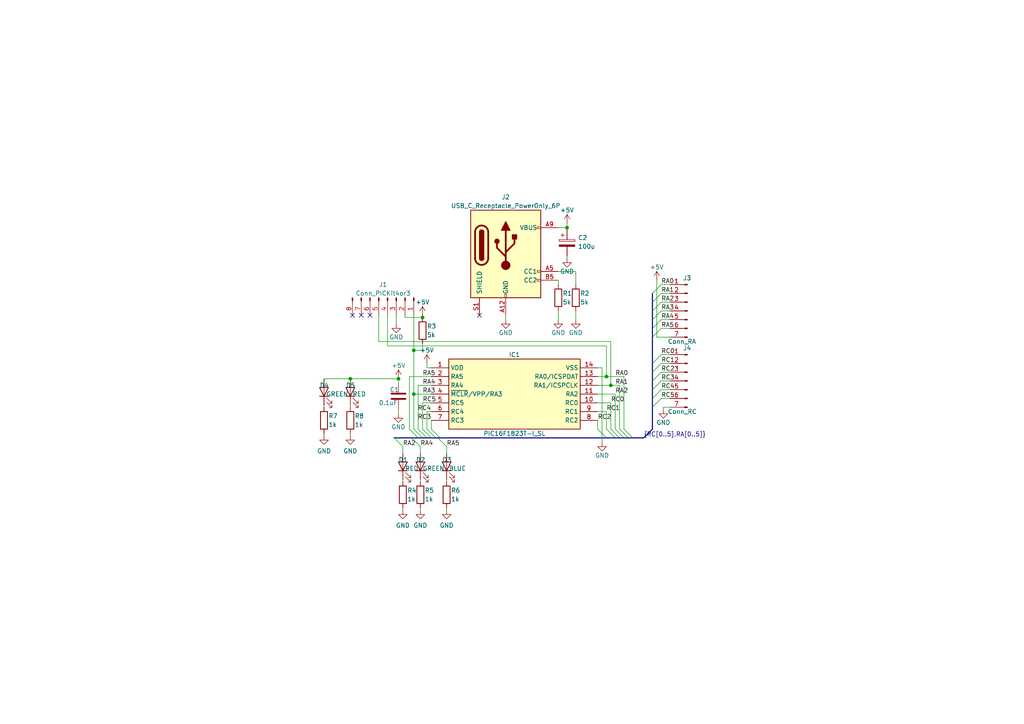
<source format=kicad_sch>
(kicad_sch (version 20230121) (generator eeschema)
  (paper "A4")
  (lib_symbols
    (symbol "Connector:Conn_01x07_Pin" (pin_names (offset 1.016) hide)
      (property "Reference" "J" (at 0 10.16 0))
      (property "Value" "Conn_01x07_Pin" (at 0 -10.16 0))
      (symbol "Conn_01x07_Pin_1_1"
        (polyline (pts (xy 1.27 -7.62) (xy 0.8636 -7.62)) (stroke (width 0.1524)))
        (polyline (pts (xy 1.27 -5.08) (xy 0.8636 -5.08)) (stroke (width 0.1524)))
        (polyline (pts (xy 1.27 -2.54) (xy 0.8636 -2.54)) (stroke (width 0.1524)))
        (polyline (pts (xy 1.27 0) (xy 0.8636 0)) (stroke (width 0.1524)))
        (polyline (pts (xy 1.27 2.54) (xy 0.8636 2.54)) (stroke (width 0.1524)))
        (polyline (pts (xy 1.27 5.08) (xy 0.8636 5.08)) (stroke (width 0.1524)))
        (polyline (pts (xy 1.27 7.62) (xy 0.8636 7.62)) (stroke (width 0.1524)))
        (rectangle (start 0.8636 -7.493) (end 0 -7.747) (stroke (width 0.1524)) (fill (type outline)))
        (rectangle (start 0.8636 -4.953) (end 0 -5.207) (stroke (width 0.1524)) (fill (type outline)))
        (rectangle (start 0.8636 -2.413) (end 0 -2.667) (stroke (width 0.1524)) (fill (type outline)))
        (rectangle (start 0.8636 0.127) (end 0 -0.127) (stroke (width 0.1524)) (fill (type outline)))
        (rectangle (start 0.8636 2.667) (end 0 2.413) (stroke (width 0.1524)) (fill (type outline)))
        (rectangle (start 0.8636 5.207) (end 0 4.953) (stroke (width 0.1524)) (fill (type outline)))
        (rectangle (start 0.8636 7.747) (end 0 7.493) (stroke (width 0.1524)) (fill (type outline)))
        (pin passive line (at 5.08 7.62 180) (length 3.81) (name "Pin_1") (number "1"))
        (pin passive line (at 5.08 5.08 180) (length 3.81) (name "Pin_2") (number "2"))
        (pin passive line (at 5.08 2.54 180) (length 3.81) (name "Pin_3") (number "3"))
        (pin passive line (at 5.08 0 180) (length 3.81) (name "Pin_4") (number "4"))
        (pin passive line (at 5.08 -2.54 180) (length 3.81) (name "Pin_5") (number "5"))
        (pin passive line (at 5.08 -5.08 180) (length 3.81) (name "Pin_6") (number "6"))
        (pin passive line (at 5.08 -7.62 180) (length 3.81) (name "Pin_7") (number "7"))
      )
    )
    (symbol "Connector:Conn_01x08_Pin" (pin_names (offset 1.016) hide)
      (property "Reference" "J" (at 0 10.16 0))
      (property "Value" "Conn_01x08_Pin" (at 0 -12.7 0))
      (symbol "Conn_01x08_Pin_1_1"
        (polyline (pts (xy 1.27 -10.16) (xy 0.8636 -10.16)) (stroke (width 0.1524)))
        (polyline (pts (xy 1.27 -7.62) (xy 0.8636 -7.62)) (stroke (width 0.1524)))
        (polyline (pts (xy 1.27 -5.08) (xy 0.8636 -5.08)) (stroke (width 0.1524)))
        (polyline (pts (xy 1.27 -2.54) (xy 0.8636 -2.54)) (stroke (width 0.1524)))
        (polyline (pts (xy 1.27 0) (xy 0.8636 0)) (stroke (width 0.1524)))
        (polyline (pts (xy 1.27 2.54) (xy 0.8636 2.54)) (stroke (width 0.1524)))
        (polyline (pts (xy 1.27 5.08) (xy 0.8636 5.08)) (stroke (width 0.1524)))
        (polyline (pts (xy 1.27 7.62) (xy 0.8636 7.62)) (stroke (width 0.1524)))
        (rectangle (start 0.8636 -10.033) (end 0 -10.287) (stroke (width 0.1524)) (fill (type outline)))
        (rectangle (start 0.8636 -7.493) (end 0 -7.747) (stroke (width 0.1524)) (fill (type outline)))
        (rectangle (start 0.8636 -4.953) (end 0 -5.207) (stroke (width 0.1524)) (fill (type outline)))
        (rectangle (start 0.8636 -2.413) (end 0 -2.667) (stroke (width 0.1524)) (fill (type outline)))
        (rectangle (start 0.8636 0.127) (end 0 -0.127) (stroke (width 0.1524)) (fill (type outline)))
        (rectangle (start 0.8636 2.667) (end 0 2.413) (stroke (width 0.1524)) (fill (type outline)))
        (rectangle (start 0.8636 5.207) (end 0 4.953) (stroke (width 0.1524)) (fill (type outline)))
        (rectangle (start 0.8636 7.747) (end 0 7.493) (stroke (width 0.1524)) (fill (type outline)))
        (pin passive line (at 5.08 7.62 180) (length 3.81) (name "Pin_1") (number "1"))
        (pin passive line (at 5.08 5.08 180) (length 3.81) (name "Pin_2") (number "2"))
        (pin passive line (at 5.08 2.54 180) (length 3.81) (name "Pin_3") (number "3"))
        (pin passive line (at 5.08 0 180) (length 3.81) (name "Pin_4") (number "4"))
        (pin passive line (at 5.08 -2.54 180) (length 3.81) (name "Pin_5") (number "5"))
        (pin passive line (at 5.08 -5.08 180) (length 3.81) (name "Pin_6") (number "6"))
        (pin passive line (at 5.08 -7.62 180) (length 3.81) (name "Pin_7") (number "7"))
        (pin passive line (at 5.08 -10.16 180) (length 3.81) (name "Pin_8") (number "8"))
      )
    )
    (symbol "Connector:USB_C_Receptacle_PowerOnly_6P" (pin_names (offset 1.016))
      (property "Reference" "J" (at 0 16.51 0))
      (property "Value" "USB_C_Receptacle_PowerOnly_6P" (at 0 13.97 0))
      (symbol "USB_C_Receptacle_PowerOnly_6P_0_0"
        (rectangle (start -0.254 -12.7) (end 0.254 -11.684))
        (rectangle (start 10.16 -7.366) (end 9.144 -7.874))
        (rectangle (start 10.16 -4.826) (end 9.144 -5.334))
        (rectangle (start 10.16 7.874) (end 9.144 7.366))
      )
      (symbol "USB_C_Receptacle_PowerOnly_6P_0_1"
        (rectangle (start -10.16 12.7) (end 10.16 -12.7) (stroke (width 0.254)) (fill (type background)))
        (arc (start -8.89 -1.27) (mid -6.985 -3.1667) (end -5.08 -1.27) (stroke (width 0.508)))
        (arc (start -7.62 -1.27) (mid -6.985 -1.9023) (end -6.35 -1.27) (stroke (width 0.254)))
        (arc (start -7.62 -1.27) (mid -6.985 -1.9023) (end -6.35 -1.27) (stroke (width 0.254)) (fill (type outline)))
        (rectangle (start -7.62 -1.27) (end -6.35 6.35) (stroke (width 0.254)) (fill (type outline)))
        (arc (start -6.35 6.35) (mid -6.985 6.9823) (end -7.62 6.35) (stroke (width 0.254)))
        (arc (start -6.35 6.35) (mid -6.985 6.9823) (end -7.62 6.35) (stroke (width 0.254)) (fill (type outline)))
        (arc (start -5.08 6.35) (mid -6.985 8.2467) (end -8.89 6.35) (stroke (width 0.508)))
        (circle (center -2.54 3.683) (radius 0.635) (stroke (width 0.254)) (fill (type outline)))
        (circle (center 0 -3.302) (radius 1.27) (fill (type outline)))
        (polyline (pts (xy -8.89 -1.27) (xy -8.89 6.35)) (stroke (width 0.508)))
        (polyline (pts (xy -5.08 6.35) (xy -5.08 -1.27)) (stroke (width 0.508)))
        (polyline (pts (xy 0 -3.302) (xy 0 6.858)) (stroke (width 0.508)))
        (polyline (pts (xy 0 -0.762) (xy -2.54 1.778) (xy -2.54 3.048)) (stroke (width 0.508)))
        (polyline (pts (xy 0 0.508) (xy 2.54 3.048) (xy 2.54 4.318)) (stroke (width 0.508)))
        (polyline (pts (xy -1.27 6.858) (xy 0 9.398) (xy 1.27 6.858) (xy -1.27 6.858)) (stroke (width 0.254)) (fill (type outline)))
        (rectangle (start 1.905 4.318) (end 3.175 5.588) (stroke (width 0.254)) (fill (type outline)))
      )
      (symbol "USB_C_Receptacle_PowerOnly_6P_1_1"
        (pin passive line (at 0 -17.78 90) (length 5.08) (name "GND") (number "A12"))
        (pin bidirectional line (at 15.24 -5.08 180) (length 5.08) (name "CC1") (number "A5"))
        (pin passive line (at 15.24 7.62 180) (length 5.08) (name "VBUS") (number "A9"))
        (pin passive line (at 0 -17.78 90) (length 5.08) hide (name "GND") (number "B12"))
        (pin bidirectional line (at 15.24 -7.62 180) (length 5.08) (name "CC2") (number "B5"))
        (pin passive line (at 15.24 7.62 180) (length 5.08) hide (name "VBUS") (number "B9"))
        (pin passive line (at -7.62 -17.78 90) (length 5.08) (name "SHIELD") (number "S1"))
      )
    )
    (symbol "Device:C" (pin_numbers hide) (pin_names (offset 0.254))
      (property "Reference" "C" (at 0.635 2.54 0))
      (property "Value" "C" (at 0.635 -2.54 0))
      (symbol "C_0_1"
        (polyline (pts (xy -2.032 -0.762) (xy 2.032 -0.762)) (stroke (width 0.508)))
        (polyline (pts (xy -2.032 0.762) (xy 2.032 0.762)) (stroke (width 0.508)))
      )
      (symbol "C_1_1"
        (pin passive line (at 0 3.81 270) (length 2.794) (name "~") (number "1"))
        (pin passive line (at 0 -3.81 90) (length 2.794) (name "~") (number "2"))
      )
    )
    (symbol "Device:C_Polarized" (pin_numbers hide) (pin_names (offset 0.254))
      (property "Reference" "C" (at 0.635 2.54 0))
      (property "Value" "C_Polarized" (at 0.635 -2.54 0))
      (symbol "C_Polarized_0_1"
        (rectangle (start -2.286 0.508) (end 2.286 1.016))
        (polyline (pts (xy -1.778 2.286) (xy -0.762 2.286)))
        (polyline (pts (xy -1.27 2.794) (xy -1.27 1.778)))
        (rectangle (start 2.286 -0.508) (end -2.286 -1.016) (fill (type outline)))
      )
      (symbol "C_Polarized_1_1"
        (pin passive line (at 0 3.81 270) (length 2.794) (name "~") (number "1"))
        (pin passive line (at 0 -3.81 90) (length 2.794) (name "~") (number "2"))
      )
    )
    (symbol "Device:LED" (pin_numbers hide) (pin_names (offset 1.016) hide)
      (property "Reference" "D" (at 0 2.54 0))
      (property "Value" "LED" (at 0 -2.54 0))
      (symbol "LED_0_1"
        (polyline (pts (xy -1.27 -1.27) (xy -1.27 1.27)) (stroke (width 0.254)))
        (polyline (pts (xy -1.27 0) (xy 1.27 0)))
        (polyline (pts (xy 1.27 -1.27) (xy 1.27 1.27) (xy -1.27 0) (xy 1.27 -1.27)) (stroke (width 0.254)))
        (polyline (pts (xy -3.048 -0.762) (xy -4.572 -2.286) (xy -3.81 -2.286) (xy -4.572 -2.286) (xy -4.572 -1.524)))
        (polyline (pts (xy -1.778 -0.762) (xy -3.302 -2.286) (xy -2.54 -2.286) (xy -3.302 -2.286) (xy -3.302 -1.524)))
      )
      (symbol "LED_1_1"
        (pin passive line (at -3.81 0 0) (length 2.54) (name "K") (number "1"))
        (pin passive line (at 3.81 0 180) (length 2.54) (name "A") (number "2"))
      )
    )
    (symbol "Device:R" (pin_numbers hide) (pin_names (offset 0))
      (property "Reference" "R" (at 2.032 0 90))
      (property "Value" "R" (at 0 0 90))
      (symbol "R_0_1"
        (rectangle (start -1.016 -2.54) (end 1.016 2.54) (stroke (width 0.254)))
      )
      (symbol "R_1_1"
        (pin passive line (at 0 3.81 270) (length 1.27) (name "~") (number "1"))
        (pin passive line (at 0 -3.81 90) (length 1.27) (name "~") (number "2"))
      )
    )
    (symbol "MCU_Microchip_PIC16:PIC16F1823T-I_SL"
      (property "Reference" "IC" (at 44.45 7.62 0))
      (property "Value" "PIC16F1823T-I_SL" (at 44.45 5.08 0))
      (symbol "PIC16F1823T-I_SL_1_1"
        (rectangle (start 5.08 2.54) (end 43.18 -17.78) (stroke (width 0.254)) (fill (type background)))
        (pin passive line (at 0 0 0) (length 5.08) (name "VDD") (number "1"))
        (pin passive line (at 48.26 -10.16 180) (length 5.08) (name "RC0") (number "10"))
        (pin passive line (at 48.26 -7.62 180) (length 5.08) (name "RA2") (number "11"))
        (pin passive line (at 48.26 -5.08 180) (length 5.08) (name "RA1/ICSPCLK") (number "12"))
        (pin passive line (at 48.26 -2.54 180) (length 5.08) (name "RA0/ICSPDAT") (number "13"))
        (pin passive line (at 48.26 0 180) (length 5.08) (name "VSS") (number "14"))
        (pin passive line (at 0 -2.54 0) (length 5.08) (name "RA5") (number "2"))
        (pin passive line (at 0 -5.08 0) (length 5.08) (name "RA4") (number "3"))
        (pin passive line (at 0 -7.62 0) (length 5.08) (name "~{MCLR}/VPP/RA3") (number "4"))
        (pin passive line (at 0 -10.16 0) (length 5.08) (name "RC5") (number "5"))
        (pin passive line (at 0 -12.7 0) (length 5.08) (name "RC4") (number "6"))
        (pin passive line (at 0 -15.24 0) (length 5.08) (name "RC3") (number "7"))
        (pin passive line (at 48.26 -15.24 180) (length 5.08) (name "RC2") (number "8"))
        (pin passive line (at 48.26 -12.7 180) (length 5.08) (name "RC1") (number "9"))
      )
    )
    (symbol "power:+5V" (power) (pin_names (offset 0))
      (property "Value" "+5V" (at 0 3.556 0))
      (symbol "+5V_0_1"
        (polyline (pts (xy -0.762 1.27) (xy 0 2.54)))
        (polyline (pts (xy 0 0) (xy 0 2.54)))
        (polyline (pts (xy 0 2.54) (xy 0.762 1.27)))
      )
      (symbol "+5V_1_1"
        (pin power_in line (at 0 0 90) (length 0) hide (name "+5V") (number "1"))
      )
    )
    (symbol "power:GND" (power) (pin_names (offset 0))
      (property "Value" "GND" (at 0 -3.81 0))
      (symbol "GND_0_1"
        (polyline (pts (xy 0 0) (xy 0 -1.27) (xy 1.27 -1.27) (xy 0 -2.54) (xy -1.27 -1.27) (xy 0 -1.27)))
      )
      (symbol "GND_1_1"
        (pin power_in line (at 0 0 270) (length 0) hide (name "GND") (number "1"))
      )
    )
  )
  (junction (at 164.465 66.04))
  (junction (at 120.015 114.3))
  (junction (at 175.895 109.22))
  (junction (at 122.555 92.075))
  (junction (at 177.165 111.76))
  (junction (at 115.57 109.855))
  (junction (at 120.015 101.6))
  (junction (at 101.6 109.855))
  (no_connect (at 139.065 91.44))
  (no_connect (at 102.235 91.44))
  (no_connect (at 104.775 91.44))
  (no_connect (at 107.315 91.44))
  (bus_entry (at 189.23 105.41) (size 2.54 -2.54))
  (bus_entry (at 189.23 95.25) (size 2.54 -2.54))
  (bus_entry (at 189.23 85.09) (size 2.54 -2.54))
  (bus_entry (at 189.23 118.11) (size 2.54 -2.54))
  (bus_entry (at 122.555 127) (size -2.54 -2.54))
  (bus_entry (at 179.705 127) (size -2.54 -2.54))
  (bus_entry (at 123.825 127) (size -2.54 -2.54))
  (bus_entry (at 183.515 127) (size -2.54 -2.54))
  (bus_entry (at 189.23 110.49) (size 2.54 -2.54))
  (bus_entry (at 127.635 127) (size -2.54 -2.54))
  (bus_entry (at 182.245 127) (size -2.54 -2.54))
  (bus_entry (at 178.435 127) (size -2.54 -2.54))
  (bus_entry (at 119.38 127) (size 2.54 2.54))
  (bus_entry (at 189.23 113.03) (size 2.54 -2.54))
  (bus_entry (at 189.23 90.17) (size 2.54 -2.54))
  (bus_entry (at 189.23 107.95) (size 2.54 -2.54))
  (bus_entry (at 121.285 127) (size -2.54 -2.54))
  (bus_entry (at 126.365 127) (size -2.54 -2.54))
  (bus_entry (at 180.975 127) (size -2.54 -2.54))
  (bus_entry (at 189.23 92.71) (size 2.54 -2.54))
  (bus_entry (at 175.895 127) (size -2.54 -2.54))
  (bus_entry (at 189.23 115.57) (size 2.54 -2.54))
  (bus_entry (at 189.23 87.63) (size 2.54 -2.54))
  (bus_entry (at 114.3 127) (size 2.54 2.54))
  (bus_entry (at 125.095 127) (size -2.54 -2.54))
  (bus_entry (at 127 127) (size 2.54 2.54))
  (bus_entry (at 189.23 97.79) (size 2.54 -2.54))
  (wire (pts (xy 192.405 118.745) (xy 192.405 118.11)))
  (bus (pts (xy 182.245 127) (xy 183.515 127)))
  (wire (pts (xy 109.855 91.44) (xy 109.855 99.06)))
  (bus (pts (xy 126.365 127) (xy 127 127)))
  (bus (pts (xy 189.23 110.49) (xy 189.23 113.03)))
  (wire (pts (xy 120.015 91.44) (xy 120.015 101.6)))
  (bus (pts (xy 189.23 97.79) (xy 189.23 105.41)))
  (wire (pts (xy 123.825 119.38) (xy 125.095 119.38)))
  (wire (pts (xy 117.475 91.44) (xy 117.475 92.075)))
  (wire (pts (xy 116.84 147.32) (xy 116.84 147.955)))
  (bus (pts (xy 189.23 113.03) (xy 189.23 115.57)))
  (wire (pts (xy 118.745 109.22) (xy 125.095 109.22)))
  (wire (pts (xy 164.465 66.04) (xy 164.465 64.77)))
  (wire (pts (xy 101.6 125.73) (xy 101.6 126.365)))
  (wire (pts (xy 93.98 125.73) (xy 93.98 126.365)))
  (bus (pts (xy 189.23 85.09) (xy 189.23 87.63)))
  (bus (pts (xy 189.23 90.17) (xy 189.23 92.71)))
  (wire (pts (xy 190.5 81.28) (xy 190.5 97.79)))
  (bus (pts (xy 121.285 127) (xy 122.555 127)))
  (wire (pts (xy 121.285 111.76) (xy 121.285 124.46)))
  (wire (pts (xy 115.57 109.855) (xy 115.57 111.125)))
  (wire (pts (xy 122.555 116.84) (xy 125.095 116.84)))
  (wire (pts (xy 117.475 92.075) (xy 122.555 92.075)))
  (wire (pts (xy 167.005 78.74) (xy 167.005 82.55)))
  (wire (pts (xy 93.98 109.855) (xy 101.6 109.855)))
  (bus (pts (xy 189.23 115.57) (xy 189.23 118.11)))
  (wire (pts (xy 120.015 101.6) (xy 120.015 114.3)))
  (wire (pts (xy 121.285 111.76) (xy 125.095 111.76)))
  (wire (pts (xy 173.355 116.84) (xy 177.165 116.84)))
  (wire (pts (xy 191.77 107.95) (xy 194.31 107.95)))
  (bus (pts (xy 127 127) (xy 127.635 127)))
  (wire (pts (xy 175.895 100.33) (xy 175.895 109.22)))
  (wire (pts (xy 191.77 102.87) (xy 194.31 102.87)))
  (wire (pts (xy 129.54 139.065) (xy 129.54 139.7)))
  (wire (pts (xy 191.77 105.41) (xy 194.31 105.41)))
  (wire (pts (xy 191.77 92.71) (xy 194.31 92.71)))
  (wire (pts (xy 173.355 114.3) (xy 178.435 114.3)))
  (wire (pts (xy 174.625 106.68) (xy 173.355 106.68)))
  (wire (pts (xy 112.395 100.33) (xy 112.395 91.44)))
  (wire (pts (xy 146.685 91.44) (xy 146.685 92.71)))
  (wire (pts (xy 122.555 116.84) (xy 122.555 124.46)))
  (wire (pts (xy 175.895 109.22) (xy 180.975 109.22)))
  (wire (pts (xy 173.355 119.38) (xy 175.895 119.38)))
  (wire (pts (xy 177.165 99.06) (xy 177.165 111.76)))
  (wire (pts (xy 101.6 117.475) (xy 101.6 118.11)))
  (wire (pts (xy 109.855 99.06) (xy 177.165 99.06)))
  (wire (pts (xy 114.935 91.44) (xy 114.935 93.98)))
  (bus (pts (xy 189.23 105.41) (xy 189.23 107.95)))
  (wire (pts (xy 175.895 109.22) (xy 173.355 109.22)))
  (bus (pts (xy 114.3 127) (xy 119.38 127)))
  (wire (pts (xy 178.435 114.3) (xy 178.435 124.46)))
  (bus (pts (xy 189.23 118.11) (xy 189.23 124.46)))
  (wire (pts (xy 167.005 90.17) (xy 167.005 92.71)))
  (wire (pts (xy 177.165 111.76) (xy 173.355 111.76)))
  (wire (pts (xy 120.015 114.3) (xy 125.095 114.3)))
  (wire (pts (xy 175.895 119.38) (xy 175.895 124.46)))
  (wire (pts (xy 116.84 139.065) (xy 116.84 139.7)))
  (wire (pts (xy 191.77 110.49) (xy 194.31 110.49)))
  (wire (pts (xy 122.555 99.695) (xy 122.555 101.6)))
  (bus (pts (xy 175.895 127) (xy 178.435 127)))
  (wire (pts (xy 173.355 121.92) (xy 173.355 124.46)))
  (wire (pts (xy 191.77 82.55) (xy 194.31 82.55)))
  (wire (pts (xy 121.92 139.065) (xy 121.92 139.7)))
  (wire (pts (xy 123.825 105.41) (xy 123.825 106.68)))
  (wire (pts (xy 191.77 85.09) (xy 194.31 85.09)))
  (bus (pts (xy 122.555 127) (xy 123.825 127)))
  (wire (pts (xy 120.015 101.6) (xy 122.555 101.6)))
  (wire (pts (xy 115.57 118.745) (xy 115.57 120.015)))
  (bus (pts (xy 123.825 127) (xy 125.095 127)))
  (bus (pts (xy 189.23 87.63) (xy 189.23 90.17)))
  (wire (pts (xy 190.5 97.79) (xy 194.31 97.79)))
  (wire (pts (xy 125.095 121.92) (xy 125.095 124.46)))
  (wire (pts (xy 161.925 78.74) (xy 167.005 78.74)))
  (bus (pts (xy 179.705 127) (xy 180.975 127)))
  (bus (pts (xy 127.635 127) (xy 175.895 127)))
  (wire (pts (xy 191.77 113.03) (xy 194.31 113.03)))
  (wire (pts (xy 129.54 129.54) (xy 129.54 131.445)))
  (bus (pts (xy 180.975 127) (xy 182.245 127)))
  (wire (pts (xy 175.895 100.33) (xy 112.395 100.33)))
  (wire (pts (xy 174.625 106.68) (xy 174.625 128.27)))
  (bus (pts (xy 186.69 127) (xy 189.23 124.46)))
  (wire (pts (xy 123.825 106.68) (xy 125.095 106.68)))
  (wire (pts (xy 120.015 114.3) (xy 120.015 124.46)))
  (wire (pts (xy 129.54 147.32) (xy 129.54 147.955)))
  (wire (pts (xy 179.705 111.76) (xy 177.165 111.76)))
  (bus (pts (xy 178.435 127) (xy 179.705 127)))
  (wire (pts (xy 121.92 129.54) (xy 121.92 131.445)))
  (bus (pts (xy 183.515 127) (xy 186.69 127)))
  (wire (pts (xy 191.77 87.63) (xy 194.31 87.63)))
  (wire (pts (xy 177.165 116.84) (xy 177.165 124.46)))
  (wire (pts (xy 179.705 124.46) (xy 179.705 111.76)))
  (wire (pts (xy 122.555 92.075) (xy 122.555 91.44)))
  (bus (pts (xy 125.095 127) (xy 126.365 127)))
  (bus (pts (xy 189.23 95.25) (xy 189.23 97.79)))
  (bus (pts (xy 189.23 107.95) (xy 189.23 110.49)))
  (bus (pts (xy 189.23 92.71) (xy 189.23 95.25)))
  (wire (pts (xy 164.465 74.295) (xy 164.465 74.93)))
  (wire (pts (xy 180.975 109.22) (xy 180.975 124.46)))
  (bus (pts (xy 121.285 127) (xy 119.38 127)))
  (wire (pts (xy 161.925 90.17) (xy 161.925 92.71)))
  (wire (pts (xy 191.77 90.17) (xy 194.31 90.17)))
  (wire (pts (xy 123.825 119.38) (xy 123.825 124.46)))
  (wire (pts (xy 191.77 115.57) (xy 194.31 115.57)))
  (wire (pts (xy 192.405 118.11) (xy 194.31 118.11)))
  (wire (pts (xy 191.77 95.25) (xy 194.31 95.25)))
  (wire (pts (xy 164.465 66.04) (xy 164.465 66.675)))
  (wire (pts (xy 161.925 66.04) (xy 164.465 66.04)))
  (wire (pts (xy 116.84 129.54) (xy 116.84 131.445)))
  (wire (pts (xy 121.92 147.32) (xy 121.92 147.955)))
  (wire (pts (xy 93.98 117.475) (xy 93.98 118.11)))
  (wire (pts (xy 161.925 81.28) (xy 161.925 82.55)))
  (wire (pts (xy 101.6 109.855) (xy 115.57 109.855)))
  (wire (pts (xy 118.745 109.22) (xy 118.745 124.46)))
  (label "RA5" (at 129.54 129.54 0))
  (label "RA2" (at 178.435 114.3 0))
  (label "RA4" (at 122.555 111.76 0))
  (label "{RC[0..5],RA[0..5]}" (at 186.69 127 0))
  (label "RC0" (at 177.165 116.84 0))
  (label "RA3" (at 122.555 114.3 0))
  (label "RC0" (at 191.77 102.87 0))
  (label "RA4" (at 191.77 92.71 0))
  (label "RC1" (at 175.895 119.38 0))
  (label "RA5" (at 191.77 95.25 0))
  (label "RC5" (at 122.555 116.84 0))
  (label "RC4" (at 125.095 119.38 180))
  (label "RC3" (at 125.095 121.92 180))
  (label "RA1" (at 191.77 85.09 0))
  (label "RA0" (at 191.77 82.55 0))
  (label "RC4" (at 191.77 113.03 0))
  (label "RA2" (at 191.77 87.63 0))
  (label "RA3" (at 191.77 90.17 0))
  (label "RA0" (at 178.435 109.22 0))
  (label "RA2" (at 116.84 129.54 0))
  (label "RC1" (at 191.77 105.41 0))
  (label "RC2" (at 191.77 107.95 0))
  (label "RA4" (at 121.92 129.54 0))
  (label "RA1" (at 178.435 111.76 0))
  (label "RC5" (at 191.77 115.57 0))
  (label "RC3" (at 191.77 110.49 0))
  (label "RC2" (at 173.355 121.92 0))
  (label "RA5" (at 122.555 109.22 0))
  (symbol (lib_id "Device:LED") (at 116.84 135.255 90) (unit 1)
    (property "Reference" "D1" (at 115.57 133.35 90) (effects (justify right)))
    (property "Value" "RED" (at 117.475 135.89 90) (effects (justify right)))
    (property "Footprint" "LED_SMD:LED_0603_1608Metric" (effects hide))
  )
  (symbol (lib_id "Device:R") (at 129.54 143.51 0) (unit 1)
    (property "Reference" "R6" (at 130.81 142.24 0) (effects (justify left)))
    (property "Value" "1k" (at 130.81 144.78 0) (effects (justify left)))
    (property "Footprint" "Resistor_SMD:R_0603_1608Metric" (effects hide))
  )
  (symbol (lib_id "power:GND") (at 146.685 92.71 0) (unit 1)
    (property "Reference" "#PWR01" (effects hide))
    (property "Value" "GND" (at 146.685 96.52 0))
  )
  (symbol (lib_id "power:+5V") (at 123.825 105.41 0) (unit 1)
    (property "Reference" "#PWR08" (effects hide))
    (property "Value" "+5V" (at 123.825 101.6 0))
  )
  (symbol (lib_id "Device:LED") (at 93.98 113.665 90) (unit 1)
    (property "Reference" "D4" (at 92.71 111.76 90) (effects (justify right)))
    (property "Value" "GREEN" (at 94.615 114.3 90) (effects (justify right)))
    (property "Footprint" "LED_SMD:LED_0603_1608Metric" (effects hide))
  )
  (symbol (lib_id "power:+5V") (at 190.5 81.28 0) (unit 1)
    (property "Reference" "#PWR012" (effects hide))
    (property "Value" "+5V" (at 190.5 77.47 0))
  )
  (symbol (lib_id "power:GND") (at 174.625 128.27 0) (unit 1)
    (property "Reference" "#PWR07" (effects hide))
    (property "Value" "GND" (at 174.625 132.08 0))
  )
  (symbol (lib_id "power:GND") (at 161.925 92.71 0) (unit 1)
    (property "Reference" "#PWR02" (effects hide))
    (property "Value" "GND" (at 161.925 96.52 0))
  )
  (symbol (lib_id "power:GND") (at 114.935 93.98 0) (unit 1)
    (property "Reference" "#PWR05" (effects hide))
    (property "Value" "GND" (at 114.935 97.79 0))
  )
  (symbol (lib_id "Device:R") (at 122.555 95.885 0) (unit 1)
    (property "Reference" "R3" (at 123.825 94.615 0) (effects (justify left)))
    (property "Value" "5k" (at 123.825 97.155 0) (effects (justify left)))
    (property "Footprint" "Resistor_SMD:R_0603_1608Metric" (effects hide))
  )
  (symbol (lib_id "Device:R") (at 116.84 143.51 0) (unit 1)
    (property "Reference" "R4" (at 118.11 142.24 0) (effects (justify left)))
    (property "Value" "1k" (at 118.11 144.78 0) (effects (justify left)))
    (property "Footprint" "Resistor_SMD:R_0603_1608Metric" (effects hide))
  )
  (symbol (lib_id "Device:LED") (at 121.92 135.255 90) (unit 1)
    (property "Reference" "D2" (at 120.65 133.35 90) (effects (justify right)))
    (property "Value" "GREEN" (at 122.555 135.89 90) (effects (justify right)))
    (property "Footprint" "LED_SMD:LED_0603_1608Metric" (effects hide))
  )
  (symbol (lib_id "power:GND") (at 192.405 118.745 0) (unit 1)
    (property "Reference" "#PWR013" (effects hide))
    (property "Value" "GND" (at 192.405 122.555 0))
  )
  (symbol (lib_id "power:GND") (at 121.92 147.955 0) (unit 1)
    (property "Reference" "#PWR017" (effects hide))
    (property "Value" "GND" (at 121.92 152.4 0))
  )
  (symbol (lib_id "power:GND") (at 93.98 126.365 0) (unit 1)
    (property "Reference" "#PWR014" (effects hide))
    (property "Value" "GND" (at 93.98 130.81 0))
  )
  (symbol (lib_id "power:GND") (at 115.57 120.015 0) (unit 1)
    (property "Reference" "#PWR010" (effects hide))
    (property "Value" "GND" (at 115.57 123.825 0))
  )
  (symbol (lib_id "power:+5V") (at 115.57 109.855 0) (unit 1)
    (property "Reference" "#PWR09" (effects hide))
    (property "Value" "+5V" (at 115.57 106.045 0))
  )
  (symbol (lib_id "power:GND") (at 167.005 92.71 0) (unit 1)
    (property "Reference" "#PWR03" (effects hide))
    (property "Value" "GND" (at 167.005 96.52 0))
  )
  (symbol (lib_id "Device:R") (at 101.6 121.92 0) (unit 1)
    (property "Reference" "R8" (at 102.87 120.65 0) (effects (justify left)))
    (property "Value" "1k" (at 102.87 123.19 0) (effects (justify left)))
    (property "Footprint" "Resistor_SMD:R_0603_1608Metric" (effects hide))
  )
  (symbol (lib_id "power:+5V") (at 122.555 91.44 0) (unit 1)
    (property "Reference" "#PWR06" (effects hide))
    (property "Value" "+5V" (at 122.555 87.63 0))
  )
  (symbol (lib_id "Device:R") (at 121.92 143.51 0) (unit 1)
    (property "Reference" "R5" (at 123.19 142.24 0) (effects (justify left)))
    (property "Value" "1k" (at 123.19 144.78 0) (effects (justify left)))
    (property "Footprint" "Resistor_SMD:R_0603_1608Metric" (effects hide))
  )
  (symbol (lib_id "power:GND") (at 116.84 147.955 0) (unit 1)
    (property "Reference" "#PWR016" (effects hide))
    (property "Value" "GND" (at 116.84 152.4 0))
  )
  (symbol (lib_id "Device:LED") (at 129.54 135.255 90) (unit 1)
    (property "Reference" "D3" (at 128.27 133.35 90) (effects (justify right)))
    (property "Value" "BLUE" (at 130.175 135.89 90) (effects (justify right)))
    (property "Footprint" "LED_SMD:LED_0603_1608Metric" (effects hide))
  )
  (symbol (lib_id "Device:LED") (at 101.6 113.665 90) (unit 1)
    (property "Reference" "D5" (at 100.33 111.76 90) (effects (justify right)))
    (property "Value" "RED" (at 102.235 114.3 90) (effects (justify right)))
    (property "Footprint" "LED_SMD:LED_0603_1608Metric" (effects hide))
  )
  (symbol (lib_id "power:GND") (at 164.465 74.93 0) (unit 1)
    (property "Reference" "#PWR011" (effects hide))
    (property "Value" "GND" (at 164.465 78.74 0))
  )
  (symbol (lib_id "MCU_Microchip_PIC16:PIC16F1823T-I_SL") (at 125.095 106.68 0) (unit 1)
    (property "Reference" "IC1" (at 149.225 102.87 0))
    (property "Value" "PIC16F1823T-I_SL" (at 149.225 125.73 0))
    (property "Footprint" "Package_SO:SOIC127P600X175-14N" (effects hide))
    (property "Datasheet" "https://componentsearchengine.com/Datasheets/1/PIC16F1823T-I_SL.pdf" (effects hide))
    (property "Height" "1.75" (effects hide))
    (property "Mouser Part Number" "579-PIC16F1823T-I/SL" (effects hide))
    (property "Mouser Price/Stock" "https://www.mouser.co.uk/ProductDetail/Microchip-Technology/PIC16F1823T-I-SL?qs=bxUt0k7cytJE60lney96Aw%3D%3D" (effects hide))
    (property "Manufacturer_Name" "Microchip" (effects hide))
    (property "Manufacturer_Part_Number" "PIC16F1823T-I/SL" (effects hide))
  )
  (symbol (lib_id "Connector:Conn_01x08_Pin") (at 112.395 86.36 270) (unit 1)
    (property "Reference" "J1" (at 111.125 82.55 90))
    (property "Value" "Conn_PICKit4or3" (at 111.125 85.09 90))
    (property "Footprint" "Connector_PinHeader_2.54mm:PinHeader_1x08_P2.54mm_Horizontal" (effects hide))
  )
  (symbol (lib_id "power:GND") (at 101.6 126.365 0) (unit 1)
    (property "Reference" "#PWR015" (effects hide))
    (property "Value" "GND" (at 101.6 130.81 0))
  )
  (symbol (lib_id "Connector:USB_C_Receptacle_PowerOnly_6P") (at 146.685 73.66 0) (unit 1)
    (property "Reference" "J2" (at 146.685 57.15 0))
    (property "Value" "USB_C_Receptacle_PowerOnly_6P" (at 146.685 59.69 0))
    (property "Footprint" "Connector_USB:USB_C_Receptacle_GCT_USB4135-GF-A_6P_TopMnt_Horizontal" (effects hide))
    (property "Datasheet" "https://www.usb.org/sites/default/files/documents/usb_type-c.zip" (effects hide))
  )
  (symbol (lib_id "Connector:Conn_01x07_Pin") (at 199.39 110.49 0) (mirror y) (unit 1)
    (property "Reference" "J4" (at 198.12 100.965 0) (effects (justify right)))
    (property "Value" "Conn_RC" (at 193.675 119.38 0) (effects (justify right)))
    (property "Footprint" "Connector_PinHeader_2.54mm:PinHeader_1x07_P2.54mm_Vertical" (effects hide))
  )
  (symbol (lib_id "Device:C_Polarized") (at 164.465 70.485 0) (unit 1)
    (property "Reference" "C2" (at 167.64 68.961 0) (effects (justify left)))
    (property "Value" "100u" (at 167.64 71.501 0) (effects (justify left)))
    (property "Footprint" "Capacitor_THT:CP_Radial_D6.3mm_P2.50mm" (effects hide))
  )
  (symbol (lib_id "Device:C") (at 115.57 114.935 0) (unit 1)
    (property "Reference" "C1" (at 113.03 113.03 0) (effects (justify left)))
    (property "Value" "0.1uF" (at 109.855 116.84 0) (effects (justify left)))
    (property "Footprint" "Capacitor_SMD:C_0603_1608Metric" (effects hide))
  )
  (symbol (lib_id "Device:R") (at 161.925 86.36 0) (unit 1)
    (property "Reference" "R1" (at 163.195 85.09 0) (effects (justify left)))
    (property "Value" "5k" (at 163.195 87.63 0) (effects (justify left)))
    (property "Footprint" "Resistor_SMD:R_0603_1608Metric" (effects hide))
  )
  (symbol (lib_id "Connector:Conn_01x07_Pin") (at 199.39 90.17 0) (mirror y) (unit 1)
    (property "Reference" "J3" (at 198.12 80.645 0) (effects (justify right)))
    (property "Value" "Conn_RA" (at 193.675 99.06 0) (effects (justify right)))
    (property "Footprint" "Connector_PinHeader_2.54mm:PinHeader_1x07_P2.54mm_Vertical" (effects hide))
  )
  (symbol (lib_id "power:GND") (at 129.54 147.955 0) (unit 1)
    (property "Reference" "#PWR018" (effects hide))
    (property "Value" "GND" (at 129.54 152.4 0))
  )
  (symbol (lib_id "power:+5V") (at 164.465 64.77 0) (unit 1)
    (property "Reference" "#PWR04" (effects hide))
    (property "Value" "+5V" (at 164.465 60.96 0))
  )
  (symbol (lib_id "Device:R") (at 93.98 121.92 0) (unit 1)
    (property "Reference" "R7" (at 95.25 120.65 0) (effects (justify left)))
    (property "Value" "1k" (at 95.25 123.19 0) (effects (justify left)))
    (property "Footprint" "Resistor_SMD:R_0603_1608Metric" (effects hide))
  )
  (symbol (lib_id "Device:R") (at 167.005 86.36 0) (unit 1)
    (property "Reference" "R2" (at 168.275 85.09 0) (effects (justify left)))
    (property "Value" "5k" (at 168.275 87.63 0) (effects (justify left)))
    (property "Footprint" "Resistor_SMD:R_0603_1608Metric" (effects hide))
  )
)
</source>
